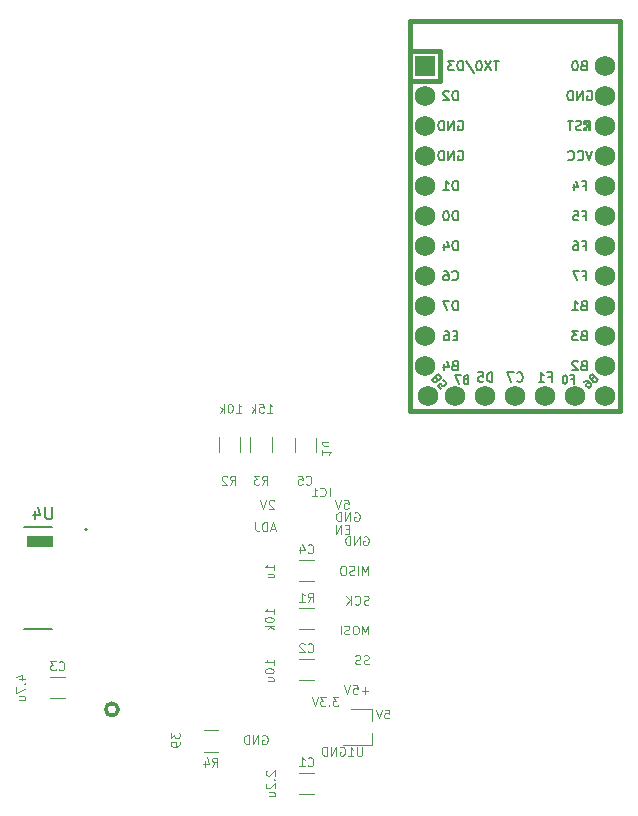
<source format=gbr>
G04 #@! TF.GenerationSoftware,KiCad,Pcbnew,(6.0.1)*
G04 #@! TF.CreationDate,2022-09-15T15:26:52-07:00*
G04 #@! TF.ProjectId,openot rev2,6f70656e-6f74-4207-9265-76322e6b6963,rev?*
G04 #@! TF.SameCoordinates,Original*
G04 #@! TF.FileFunction,Legend,Bot*
G04 #@! TF.FilePolarity,Positive*
%FSLAX46Y46*%
G04 Gerber Fmt 4.6, Leading zero omitted, Abs format (unit mm)*
G04 Created by KiCad (PCBNEW (6.0.1)) date 2022-09-15 15:26:52*
%MOMM*%
%LPD*%
G01*
G04 APERTURE LIST*
%ADD10C,0.300000*%
%ADD11C,0.120000*%
%ADD12C,0.100000*%
%ADD13C,0.150000*%
%ADD14C,0.381000*%
%ADD15C,0.127000*%
%ADD16C,0.200000*%
%ADD17R,1.752600X1.752600*%
%ADD18C,1.752600*%
G04 APERTURE END LIST*
D10*
X322127219Y-137614234D02*
G75*
G03*
X322127219Y-137614234I-521536J0D01*
G01*
D11*
X314415683Y-122934234D02*
X316515683Y-122934234D01*
X316515683Y-122934234D02*
X316515683Y-123734234D01*
X316515683Y-123734234D02*
X314415683Y-123734234D01*
X314415683Y-123734234D02*
X314415683Y-122934234D01*
G36*
X314415683Y-122934234D02*
G01*
X316515683Y-122934234D01*
X316515683Y-123734234D01*
X314415683Y-123734234D01*
X314415683Y-122934234D01*
G37*
D12*
X334726397Y-142794948D02*
X334690683Y-142830662D01*
X334654968Y-142902091D01*
X334654968Y-143080662D01*
X334690683Y-143152091D01*
X334726397Y-143187805D01*
X334797825Y-143223519D01*
X334869254Y-143223519D01*
X334976397Y-143187805D01*
X335404968Y-142759234D01*
X335404968Y-143223519D01*
X335333540Y-143544948D02*
X335369254Y-143580662D01*
X335404968Y-143544948D01*
X335369254Y-143509234D01*
X335333540Y-143544948D01*
X335404968Y-143544948D01*
X334726397Y-143866376D02*
X334690683Y-143902091D01*
X334654968Y-143973519D01*
X334654968Y-144152091D01*
X334690683Y-144223519D01*
X334726397Y-144259234D01*
X334797825Y-144294948D01*
X334869254Y-144294948D01*
X334976397Y-144259234D01*
X335404968Y-143830662D01*
X335404968Y-144294948D01*
X334904968Y-144937805D02*
X335404968Y-144937805D01*
X334904968Y-144616376D02*
X335297825Y-144616376D01*
X335369254Y-144652091D01*
X335404968Y-144723519D01*
X335404968Y-144830662D01*
X335369254Y-144902091D01*
X335333540Y-144937805D01*
X343322254Y-131263519D02*
X343322254Y-130513519D01*
X343072254Y-131049234D01*
X342822254Y-130513519D01*
X342822254Y-131263519D01*
X342322254Y-130513519D02*
X342179397Y-130513519D01*
X342107968Y-130549234D01*
X342036540Y-130620662D01*
X342000825Y-130763519D01*
X342000825Y-131013519D01*
X342036540Y-131156376D01*
X342107968Y-131227805D01*
X342179397Y-131263519D01*
X342322254Y-131263519D01*
X342393683Y-131227805D01*
X342465111Y-131156376D01*
X342500825Y-131013519D01*
X342500825Y-130763519D01*
X342465111Y-130620662D01*
X342393683Y-130549234D01*
X342322254Y-130513519D01*
X341715111Y-131227805D02*
X341607968Y-131263519D01*
X341429397Y-131263519D01*
X341357968Y-131227805D01*
X341322254Y-131192091D01*
X341286540Y-131120662D01*
X341286540Y-131049234D01*
X341322254Y-130977805D01*
X341357968Y-130942091D01*
X341429397Y-130906376D01*
X341572254Y-130870662D01*
X341643683Y-130834948D01*
X341679397Y-130799234D01*
X341715111Y-130727805D01*
X341715111Y-130656376D01*
X341679397Y-130584948D01*
X341643683Y-130549234D01*
X341572254Y-130513519D01*
X341393683Y-130513519D01*
X341286540Y-130549234D01*
X340965111Y-131263519D02*
X340965111Y-130513519D01*
X335304968Y-133852091D02*
X335304968Y-133423519D01*
X335304968Y-133637805D02*
X334554968Y-133637805D01*
X334662111Y-133566376D01*
X334733540Y-133494948D01*
X334769254Y-133423519D01*
X334554968Y-134316376D02*
X334554968Y-134387805D01*
X334590683Y-134459234D01*
X334626397Y-134494948D01*
X334697825Y-134530662D01*
X334840683Y-134566376D01*
X335019254Y-134566376D01*
X335162111Y-134530662D01*
X335233540Y-134494948D01*
X335269254Y-134459234D01*
X335304968Y-134387805D01*
X335304968Y-134316376D01*
X335269254Y-134244948D01*
X335233540Y-134209234D01*
X335162111Y-134173519D01*
X335019254Y-134137805D01*
X334840683Y-134137805D01*
X334697825Y-134173519D01*
X334626397Y-134209234D01*
X334590683Y-134244948D01*
X334554968Y-134316376D01*
X334804968Y-135209234D02*
X335304968Y-135209234D01*
X334804968Y-134887805D02*
X335197825Y-134887805D01*
X335269254Y-134923519D01*
X335304968Y-134994948D01*
X335304968Y-135102091D01*
X335269254Y-135173519D01*
X335233540Y-135209234D01*
X339426397Y-115609234D02*
X339426397Y-116037805D01*
X339426397Y-115823519D02*
X340176397Y-115823519D01*
X340069254Y-115894948D01*
X339997825Y-115966376D01*
X339962111Y-116037805D01*
X339926397Y-114966376D02*
X339426397Y-114966376D01*
X339926397Y-115287805D02*
X339533540Y-115287805D01*
X339462111Y-115252091D01*
X339426397Y-115180662D01*
X339426397Y-115073519D01*
X339462111Y-115002091D01*
X339497825Y-114966376D01*
X343322254Y-136017805D02*
X342750826Y-136017805D01*
X343036540Y-136303519D02*
X343036540Y-135732091D01*
X342036540Y-135553519D02*
X342393683Y-135553519D01*
X342429397Y-135910662D01*
X342393683Y-135874948D01*
X342322254Y-135839234D01*
X342143683Y-135839234D01*
X342072254Y-135874948D01*
X342036540Y-135910662D01*
X342000826Y-135982091D01*
X342000826Y-136160662D01*
X342036540Y-136232091D01*
X342072254Y-136267805D01*
X342143683Y-136303519D01*
X342322254Y-136303519D01*
X342393683Y-136267805D01*
X342429397Y-136232091D01*
X341786540Y-135553519D02*
X341536540Y-136303519D01*
X341286540Y-135553519D01*
X340937111Y-140809234D02*
X341008540Y-140773519D01*
X341115683Y-140773519D01*
X341222825Y-140809234D01*
X341294254Y-140880662D01*
X341329968Y-140952091D01*
X341365683Y-141094948D01*
X341365683Y-141202091D01*
X341329968Y-141344948D01*
X341294254Y-141416376D01*
X341222825Y-141487805D01*
X341115683Y-141523519D01*
X341044254Y-141523519D01*
X340937111Y-141487805D01*
X340901397Y-141452091D01*
X340901397Y-141202091D01*
X341044254Y-141202091D01*
X340579968Y-141523519D02*
X340579968Y-140773519D01*
X340151397Y-141523519D01*
X340151397Y-140773519D01*
X339794254Y-141523519D02*
X339794254Y-140773519D01*
X339615683Y-140773519D01*
X339508540Y-140809234D01*
X339437111Y-140880662D01*
X339401397Y-140952091D01*
X339365683Y-141094948D01*
X339365683Y-141202091D01*
X339401397Y-141344948D01*
X339437111Y-141416376D01*
X339508540Y-141487805D01*
X339615683Y-141523519D01*
X339794254Y-141523519D01*
X344708540Y-137623519D02*
X345065683Y-137623519D01*
X345101397Y-137980662D01*
X345065683Y-137944948D01*
X344994254Y-137909234D01*
X344815683Y-137909234D01*
X344744254Y-137944948D01*
X344708540Y-137980662D01*
X344672825Y-138052091D01*
X344672825Y-138230662D01*
X344708540Y-138302091D01*
X344744254Y-138337805D01*
X344815683Y-138373519D01*
X344994254Y-138373519D01*
X345065683Y-138337805D01*
X345101397Y-138302091D01*
X344458540Y-137623519D02*
X344208540Y-138373519D01*
X343958540Y-137623519D01*
X342929397Y-122989234D02*
X343000826Y-122953519D01*
X343107969Y-122953519D01*
X343215111Y-122989234D01*
X343286540Y-123060662D01*
X343322254Y-123132091D01*
X343357969Y-123274948D01*
X343357969Y-123382091D01*
X343322254Y-123524948D01*
X343286540Y-123596376D01*
X343215111Y-123667805D01*
X343107969Y-123703519D01*
X343036540Y-123703519D01*
X342929397Y-123667805D01*
X342893683Y-123632091D01*
X342893683Y-123382091D01*
X343036540Y-123382091D01*
X342572254Y-123703519D02*
X342572254Y-122953519D01*
X342143683Y-123703519D01*
X342143683Y-122953519D01*
X341786540Y-123703519D02*
X341786540Y-122953519D01*
X341607969Y-122953519D01*
X341500826Y-122989234D01*
X341429397Y-123060662D01*
X341393683Y-123132091D01*
X341357969Y-123274948D01*
X341357969Y-123382091D01*
X341393683Y-123524948D01*
X341429397Y-123596376D01*
X341500826Y-123667805D01*
X341607969Y-123703519D01*
X341786540Y-123703519D01*
X334357111Y-139819234D02*
X334428540Y-139783519D01*
X334535683Y-139783519D01*
X334642825Y-139819234D01*
X334714254Y-139890662D01*
X334749968Y-139962091D01*
X334785683Y-140104948D01*
X334785683Y-140212091D01*
X334749968Y-140354948D01*
X334714254Y-140426376D01*
X334642825Y-140497805D01*
X334535683Y-140533519D01*
X334464254Y-140533519D01*
X334357111Y-140497805D01*
X334321397Y-140462091D01*
X334321397Y-140212091D01*
X334464254Y-140212091D01*
X333999968Y-140533519D02*
X333999968Y-139783519D01*
X333571397Y-140533519D01*
X333571397Y-139783519D01*
X333214254Y-140533519D02*
X333214254Y-139783519D01*
X333035683Y-139783519D01*
X332928540Y-139819234D01*
X332857111Y-139890662D01*
X332821397Y-139962091D01*
X332785683Y-140104948D01*
X332785683Y-140212091D01*
X332821397Y-140354948D01*
X332857111Y-140426376D01*
X332928540Y-140497805D01*
X333035683Y-140533519D01*
X333214254Y-140533519D01*
X335304968Y-129517805D02*
X335304968Y-129089234D01*
X335304968Y-129303519D02*
X334554968Y-129303519D01*
X334662111Y-129232091D01*
X334733540Y-129160662D01*
X334769254Y-129089234D01*
X334554968Y-129982091D02*
X334554968Y-130053519D01*
X334590683Y-130124948D01*
X334626397Y-130160662D01*
X334697825Y-130196376D01*
X334840683Y-130232091D01*
X335019254Y-130232091D01*
X335162111Y-130196376D01*
X335233540Y-130160662D01*
X335269254Y-130124948D01*
X335304968Y-130053519D01*
X335304968Y-129982091D01*
X335269254Y-129910662D01*
X335233540Y-129874948D01*
X335162111Y-129839234D01*
X335019254Y-129803519D01*
X334840683Y-129803519D01*
X334697825Y-129839234D01*
X334626397Y-129874948D01*
X334590683Y-129910662D01*
X334554968Y-129982091D01*
X335304968Y-130553519D02*
X334554968Y-130553519D01*
X335019254Y-130624948D02*
X335304968Y-130839234D01*
X334804968Y-130839234D02*
X335090683Y-130553519D01*
X341669254Y-122330662D02*
X341419254Y-122330662D01*
X341312111Y-122723519D02*
X341669254Y-122723519D01*
X341669254Y-121973519D01*
X341312111Y-121973519D01*
X340990683Y-122723519D02*
X340990683Y-121973519D01*
X340562111Y-122723519D01*
X340562111Y-121973519D01*
X332112111Y-112473519D02*
X332540683Y-112473519D01*
X332326397Y-112473519D02*
X332326397Y-111723519D01*
X332397825Y-111830662D01*
X332469254Y-111902091D01*
X332540683Y-111937805D01*
X331647825Y-111723519D02*
X331576397Y-111723519D01*
X331504968Y-111759234D01*
X331469254Y-111794948D01*
X331433540Y-111866376D01*
X331397825Y-112009234D01*
X331397825Y-112187805D01*
X331433540Y-112330662D01*
X331469254Y-112402091D01*
X331504968Y-112437805D01*
X331576397Y-112473519D01*
X331647825Y-112473519D01*
X331719254Y-112437805D01*
X331754968Y-112402091D01*
X331790683Y-112330662D01*
X331826397Y-112187805D01*
X331826397Y-112009234D01*
X331790683Y-111866376D01*
X331754968Y-111794948D01*
X331719254Y-111759234D01*
X331647825Y-111723519D01*
X331076397Y-112473519D02*
X331076397Y-111723519D01*
X331004968Y-112187805D02*
X330790683Y-112473519D01*
X330790683Y-111973519D02*
X331076397Y-112259234D01*
X341258540Y-119873519D02*
X341615683Y-119873519D01*
X341651397Y-120230662D01*
X341615683Y-120194948D01*
X341544254Y-120159234D01*
X341365683Y-120159234D01*
X341294254Y-120194948D01*
X341258540Y-120230662D01*
X341222825Y-120302091D01*
X341222825Y-120480662D01*
X341258540Y-120552091D01*
X341294254Y-120587805D01*
X341365683Y-120623519D01*
X341544254Y-120623519D01*
X341615683Y-120587805D01*
X341651397Y-120552091D01*
X341008540Y-119873519D02*
X340758540Y-120623519D01*
X340508540Y-119873519D01*
X334762111Y-112473519D02*
X335190683Y-112473519D01*
X334976397Y-112473519D02*
X334976397Y-111723519D01*
X335047825Y-111830662D01*
X335119254Y-111902091D01*
X335190683Y-111937805D01*
X334083540Y-111723519D02*
X334440683Y-111723519D01*
X334476397Y-112080662D01*
X334440683Y-112044948D01*
X334369254Y-112009234D01*
X334190683Y-112009234D01*
X334119254Y-112044948D01*
X334083540Y-112080662D01*
X334047825Y-112152091D01*
X334047825Y-112330662D01*
X334083540Y-112402091D01*
X334119254Y-112437805D01*
X334190683Y-112473519D01*
X334369254Y-112473519D01*
X334440683Y-112437805D01*
X334476397Y-112402091D01*
X333726397Y-112473519D02*
X333726397Y-111723519D01*
X333654968Y-112187805D02*
X333440683Y-112473519D01*
X333440683Y-111973519D02*
X333726397Y-112259234D01*
X335326397Y-119944948D02*
X335290683Y-119909234D01*
X335219254Y-119873519D01*
X335040683Y-119873519D01*
X334969254Y-119909234D01*
X334933540Y-119944948D01*
X334897825Y-120016376D01*
X334897825Y-120087805D01*
X334933540Y-120194948D01*
X335362111Y-120623519D01*
X334897825Y-120623519D01*
X334683540Y-119873519D02*
X334433540Y-120623519D01*
X334183540Y-119873519D01*
X342151397Y-120959234D02*
X342222826Y-120923519D01*
X342329969Y-120923519D01*
X342437111Y-120959234D01*
X342508540Y-121030662D01*
X342544254Y-121102091D01*
X342579969Y-121244948D01*
X342579969Y-121352091D01*
X342544254Y-121494948D01*
X342508540Y-121566376D01*
X342437111Y-121637805D01*
X342329969Y-121673519D01*
X342258540Y-121673519D01*
X342151397Y-121637805D01*
X342115683Y-121602091D01*
X342115683Y-121352091D01*
X342258540Y-121352091D01*
X341794254Y-121673519D02*
X341794254Y-120923519D01*
X341365683Y-121673519D01*
X341365683Y-120923519D01*
X341008540Y-121673519D02*
X341008540Y-120923519D01*
X340829969Y-120923519D01*
X340722826Y-120959234D01*
X340651397Y-121030662D01*
X340615683Y-121102091D01*
X340579969Y-121244948D01*
X340579969Y-121352091D01*
X340615683Y-121494948D01*
X340651397Y-121566376D01*
X340722826Y-121637805D01*
X340829969Y-121673519D01*
X341008540Y-121673519D01*
X343357968Y-133747805D02*
X343250825Y-133783519D01*
X343072254Y-133783519D01*
X343000825Y-133747805D01*
X342965111Y-133712091D01*
X342929397Y-133640662D01*
X342929397Y-133569234D01*
X342965111Y-133497805D01*
X343000825Y-133462091D01*
X343072254Y-133426376D01*
X343215111Y-133390662D01*
X343286540Y-133354948D01*
X343322254Y-133319234D01*
X343357968Y-133247805D01*
X343357968Y-133176376D01*
X343322254Y-133104948D01*
X343286540Y-133069234D01*
X343215111Y-133033519D01*
X343036540Y-133033519D01*
X342929397Y-133069234D01*
X342643682Y-133747805D02*
X342536540Y-133783519D01*
X342357968Y-133783519D01*
X342286540Y-133747805D01*
X342250825Y-133712091D01*
X342215111Y-133640662D01*
X342215111Y-133569234D01*
X342250825Y-133497805D01*
X342286540Y-133462091D01*
X342357968Y-133426376D01*
X342500825Y-133390662D01*
X342572254Y-133354948D01*
X342607968Y-133319234D01*
X342643682Y-133247805D01*
X342643682Y-133176376D01*
X342607968Y-133104948D01*
X342572254Y-133069234D01*
X342500825Y-133033519D01*
X342322254Y-133033519D01*
X342215111Y-133069234D01*
X326604968Y-139577091D02*
X326604968Y-140041376D01*
X326890683Y-139791376D01*
X326890683Y-139898519D01*
X326926397Y-139969948D01*
X326962111Y-140005662D01*
X327033540Y-140041376D01*
X327212111Y-140041376D01*
X327283540Y-140005662D01*
X327319254Y-139969948D01*
X327354968Y-139898519D01*
X327354968Y-139684234D01*
X327319254Y-139612805D01*
X327283540Y-139577091D01*
X327354968Y-140398519D02*
X327354968Y-140541376D01*
X327319254Y-140612805D01*
X327283540Y-140648519D01*
X327176397Y-140719948D01*
X327033540Y-140755662D01*
X326747825Y-140755662D01*
X326676397Y-140719948D01*
X326640683Y-140684234D01*
X326604968Y-140612805D01*
X326604968Y-140469948D01*
X326640683Y-140398519D01*
X326676397Y-140362805D01*
X326747825Y-140327091D01*
X326926397Y-140327091D01*
X326997825Y-140362805D01*
X327033540Y-140398519D01*
X327069254Y-140469948D01*
X327069254Y-140612805D01*
X327033540Y-140684234D01*
X326997825Y-140719948D01*
X326926397Y-140755662D01*
X335304968Y-125789234D02*
X335304968Y-125360662D01*
X335304968Y-125574948D02*
X334554968Y-125574948D01*
X334662111Y-125503519D01*
X334733540Y-125432091D01*
X334769254Y-125360662D01*
X334804968Y-126432091D02*
X335304968Y-126432091D01*
X334804968Y-126110662D02*
X335197825Y-126110662D01*
X335269254Y-126146376D01*
X335304968Y-126217805D01*
X335304968Y-126324948D01*
X335269254Y-126396376D01*
X335233540Y-126432091D01*
X343322254Y-126223519D02*
X343322254Y-125473519D01*
X343072254Y-126009234D01*
X342822254Y-125473519D01*
X342822254Y-126223519D01*
X342465111Y-126223519D02*
X342465111Y-125473519D01*
X342143683Y-126187805D02*
X342036540Y-126223519D01*
X341857968Y-126223519D01*
X341786540Y-126187805D01*
X341750825Y-126152091D01*
X341715111Y-126080662D01*
X341715111Y-126009234D01*
X341750825Y-125937805D01*
X341786540Y-125902091D01*
X341857968Y-125866376D01*
X342000825Y-125830662D01*
X342072254Y-125794948D01*
X342107968Y-125759234D01*
X342143683Y-125687805D01*
X342143683Y-125616376D01*
X342107968Y-125544948D01*
X342072254Y-125509234D01*
X342000825Y-125473519D01*
X341822254Y-125473519D01*
X341715111Y-125509234D01*
X341250825Y-125473519D02*
X341107968Y-125473519D01*
X341036540Y-125509234D01*
X340965111Y-125580662D01*
X340929397Y-125723519D01*
X340929397Y-125973519D01*
X340965111Y-126116376D01*
X341036540Y-126187805D01*
X341107968Y-126223519D01*
X341250825Y-126223519D01*
X341322254Y-126187805D01*
X341393683Y-126116376D01*
X341429397Y-125973519D01*
X341429397Y-125723519D01*
X341393683Y-125580662D01*
X341322254Y-125509234D01*
X341250825Y-125473519D01*
X340772825Y-136573519D02*
X340308540Y-136573519D01*
X340558540Y-136859234D01*
X340451397Y-136859234D01*
X340379968Y-136894948D01*
X340344254Y-136930662D01*
X340308540Y-137002091D01*
X340308540Y-137180662D01*
X340344254Y-137252091D01*
X340379968Y-137287805D01*
X340451397Y-137323519D01*
X340665683Y-137323519D01*
X340737111Y-137287805D01*
X340772825Y-137252091D01*
X339987111Y-137252091D02*
X339951397Y-137287805D01*
X339987111Y-137323519D01*
X340022825Y-137287805D01*
X339987111Y-137252091D01*
X339987111Y-137323519D01*
X339701397Y-136573519D02*
X339237111Y-136573519D01*
X339487111Y-136859234D01*
X339379968Y-136859234D01*
X339308540Y-136894948D01*
X339272825Y-136930662D01*
X339237111Y-137002091D01*
X339237111Y-137180662D01*
X339272825Y-137252091D01*
X339308540Y-137287805D01*
X339379968Y-137323519D01*
X339594254Y-137323519D01*
X339665683Y-137287805D01*
X339701397Y-137252091D01*
X339022825Y-136573519D02*
X338772825Y-137323519D01*
X338522825Y-136573519D01*
X335404968Y-122309234D02*
X335047825Y-122309234D01*
X335476397Y-122523519D02*
X335226397Y-121773519D01*
X334976397Y-122523519D01*
X334726397Y-122523519D02*
X334726397Y-121773519D01*
X334547825Y-121773519D01*
X334440683Y-121809234D01*
X334369254Y-121880662D01*
X334333540Y-121952091D01*
X334297825Y-122094948D01*
X334297825Y-122202091D01*
X334333540Y-122344948D01*
X334369254Y-122416376D01*
X334440683Y-122487805D01*
X334547825Y-122523519D01*
X334726397Y-122523519D01*
X333762111Y-121773519D02*
X333762111Y-122309234D01*
X333797825Y-122416376D01*
X333869254Y-122487805D01*
X333976397Y-122523519D01*
X334047825Y-122523519D01*
X313754968Y-135052091D02*
X314254968Y-135052091D01*
X313469254Y-134873519D02*
X314004968Y-134694948D01*
X314004968Y-135159234D01*
X314183540Y-135444948D02*
X314219254Y-135480662D01*
X314254968Y-135444948D01*
X314219254Y-135409234D01*
X314183540Y-135444948D01*
X314254968Y-135444948D01*
X313504968Y-135730662D02*
X313504968Y-136230662D01*
X314254968Y-135909234D01*
X313754968Y-136837805D02*
X314254968Y-136837805D01*
X313754968Y-136516376D02*
X314147825Y-136516376D01*
X314219254Y-136552091D01*
X314254968Y-136623519D01*
X314254968Y-136730662D01*
X314219254Y-136802091D01*
X314183540Y-136837805D01*
X343357968Y-128707805D02*
X343250825Y-128743519D01*
X343072254Y-128743519D01*
X343000825Y-128707805D01*
X342965111Y-128672091D01*
X342929397Y-128600662D01*
X342929397Y-128529234D01*
X342965111Y-128457805D01*
X343000825Y-128422091D01*
X343072254Y-128386376D01*
X343215111Y-128350662D01*
X343286540Y-128314948D01*
X343322254Y-128279234D01*
X343357968Y-128207805D01*
X343357968Y-128136376D01*
X343322254Y-128064948D01*
X343286540Y-128029234D01*
X343215111Y-127993519D01*
X343036540Y-127993519D01*
X342929397Y-128029234D01*
X342179397Y-128672091D02*
X342215111Y-128707805D01*
X342322254Y-128743519D01*
X342393683Y-128743519D01*
X342500825Y-128707805D01*
X342572254Y-128636376D01*
X342607968Y-128564948D01*
X342643683Y-128422091D01*
X342643683Y-128314948D01*
X342607968Y-128172091D01*
X342572254Y-128100662D01*
X342500825Y-128029234D01*
X342393683Y-127993519D01*
X342322254Y-127993519D01*
X342215111Y-128029234D01*
X342179397Y-128064948D01*
X341857968Y-128743519D02*
X341857968Y-127993519D01*
X341429397Y-128743519D02*
X341750825Y-128314948D01*
X341429397Y-127993519D02*
X341857968Y-128422091D01*
D13*
X361336016Y-88535243D02*
X361221730Y-88573338D01*
X361031254Y-88573338D01*
X360955063Y-88535243D01*
X360916968Y-88497148D01*
X360878873Y-88420957D01*
X360878873Y-88344767D01*
X360916968Y-88268576D01*
X360955063Y-88230481D01*
X361031254Y-88192386D01*
X361183635Y-88154291D01*
X361259825Y-88116195D01*
X361297921Y-88078100D01*
X361336016Y-88001910D01*
X361336016Y-87925719D01*
X361297921Y-87849529D01*
X361259825Y-87811434D01*
X361183635Y-87773338D01*
X360993159Y-87773338D01*
X360878873Y-87811434D01*
X360650302Y-87773338D02*
X360193159Y-87773338D01*
X360421730Y-88573338D02*
X360421730Y-87773338D01*
X361547492Y-105954291D02*
X361433206Y-105992386D01*
X361395111Y-106030481D01*
X361357016Y-106106672D01*
X361357016Y-106220957D01*
X361395111Y-106297148D01*
X361433206Y-106335243D01*
X361509397Y-106373338D01*
X361814159Y-106373338D01*
X361814159Y-105573338D01*
X361547492Y-105573338D01*
X361471302Y-105611434D01*
X361433206Y-105649529D01*
X361395111Y-105725719D01*
X361395111Y-105801910D01*
X361433206Y-105878100D01*
X361471302Y-105916195D01*
X361547492Y-105954291D01*
X361814159Y-105954291D01*
X361090349Y-105573338D02*
X360595111Y-105573338D01*
X360861778Y-105878100D01*
X360747492Y-105878100D01*
X360671302Y-105916195D01*
X360633206Y-105954291D01*
X360595111Y-106030481D01*
X360595111Y-106220957D01*
X360633206Y-106297148D01*
X360671302Y-106335243D01*
X360747492Y-106373338D01*
X360976063Y-106373338D01*
X361052254Y-106335243D01*
X361090349Y-106297148D01*
X354381287Y-82713338D02*
X353924144Y-82713338D01*
X354152715Y-83513338D02*
X354152715Y-82713338D01*
X353733668Y-82713338D02*
X353200334Y-83513338D01*
X353200334Y-82713338D02*
X353733668Y-83513338D01*
X352743191Y-82713338D02*
X352667001Y-82713338D01*
X352590811Y-82751434D01*
X352552715Y-82789529D01*
X352514620Y-82865719D01*
X352476525Y-83018100D01*
X352476525Y-83208576D01*
X352514620Y-83360957D01*
X352552715Y-83437148D01*
X352590811Y-83475243D01*
X352667001Y-83513338D01*
X352743191Y-83513338D01*
X352819382Y-83475243D01*
X352857477Y-83437148D01*
X352895572Y-83360957D01*
X352933668Y-83208576D01*
X352933668Y-83018100D01*
X352895572Y-82865719D01*
X352857477Y-82789529D01*
X352819382Y-82751434D01*
X352743191Y-82713338D01*
X351562239Y-82675243D02*
X352247953Y-83703814D01*
X351295572Y-83513338D02*
X351295572Y-82713338D01*
X351105096Y-82713338D01*
X350990811Y-82751434D01*
X350914620Y-82827624D01*
X350876525Y-82903814D01*
X350838430Y-83056195D01*
X350838430Y-83170481D01*
X350876525Y-83322862D01*
X350914620Y-83399053D01*
X350990811Y-83475243D01*
X351105096Y-83513338D01*
X351295572Y-83513338D01*
X350571763Y-82713338D02*
X350076525Y-82713338D01*
X350343191Y-83018100D01*
X350228906Y-83018100D01*
X350152715Y-83056195D01*
X350114620Y-83094291D01*
X350076525Y-83170481D01*
X350076525Y-83360957D01*
X350114620Y-83437148D01*
X350152715Y-83475243D01*
X350228906Y-83513338D01*
X350457477Y-83513338D01*
X350533668Y-83475243D01*
X350571763Y-83437148D01*
X353813159Y-109883338D02*
X353813159Y-109083338D01*
X353622683Y-109083338D01*
X353508397Y-109121434D01*
X353432206Y-109197624D01*
X353394111Y-109273814D01*
X353356016Y-109426195D01*
X353356016Y-109540481D01*
X353394111Y-109692862D01*
X353432206Y-109769053D01*
X353508397Y-109845243D01*
X353622683Y-109883338D01*
X353813159Y-109883338D01*
X352632206Y-109083338D02*
X353013159Y-109083338D01*
X353051254Y-109464291D01*
X353013159Y-109426195D01*
X352936968Y-109388100D01*
X352746492Y-109388100D01*
X352670302Y-109426195D01*
X352632206Y-109464291D01*
X352594111Y-109540481D01*
X352594111Y-109730957D01*
X352632206Y-109807148D01*
X352670302Y-109845243D01*
X352746492Y-109883338D01*
X352936968Y-109883338D01*
X353013159Y-109845243D01*
X353051254Y-109807148D01*
X351546016Y-109671434D02*
X351446016Y-109704767D01*
X351412683Y-109738100D01*
X351379349Y-109804767D01*
X351379349Y-109904767D01*
X351412683Y-109971434D01*
X351446016Y-110004767D01*
X351512683Y-110038100D01*
X351779349Y-110038100D01*
X351779349Y-109338100D01*
X351546016Y-109338100D01*
X351479349Y-109371434D01*
X351446016Y-109404767D01*
X351412683Y-109471434D01*
X351412683Y-109538100D01*
X351446016Y-109604767D01*
X351479349Y-109638100D01*
X351546016Y-109671434D01*
X351779349Y-109671434D01*
X351146016Y-109338100D02*
X350679349Y-109338100D01*
X350979349Y-110038100D01*
X350625492Y-108494291D02*
X350511206Y-108532386D01*
X350473111Y-108570481D01*
X350435016Y-108646672D01*
X350435016Y-108760957D01*
X350473111Y-108837148D01*
X350511206Y-108875243D01*
X350587397Y-108913338D01*
X350892159Y-108913338D01*
X350892159Y-108113338D01*
X350625492Y-108113338D01*
X350549302Y-108151434D01*
X350511206Y-108189529D01*
X350473111Y-108265719D01*
X350473111Y-108341910D01*
X350511206Y-108418100D01*
X350549302Y-108456195D01*
X350625492Y-108494291D01*
X350892159Y-108494291D01*
X349749302Y-108380005D02*
X349749302Y-108913338D01*
X349939778Y-108075243D02*
X350130254Y-108646672D01*
X349635016Y-108646672D01*
X350911206Y-87831434D02*
X350987397Y-87793338D01*
X351101683Y-87793338D01*
X351215968Y-87831434D01*
X351292159Y-87907624D01*
X351330254Y-87983814D01*
X351368349Y-88136195D01*
X351368349Y-88250481D01*
X351330254Y-88402862D01*
X351292159Y-88479053D01*
X351215968Y-88555243D01*
X351101683Y-88593338D01*
X351025492Y-88593338D01*
X350911206Y-88555243D01*
X350873111Y-88517148D01*
X350873111Y-88250481D01*
X351025492Y-88250481D01*
X350530254Y-88593338D02*
X350530254Y-87793338D01*
X350073111Y-88593338D01*
X350073111Y-87793338D01*
X349692159Y-88593338D02*
X349692159Y-87793338D01*
X349501683Y-87793338D01*
X349387397Y-87831434D01*
X349311206Y-87907624D01*
X349273111Y-87983814D01*
X349235016Y-88136195D01*
X349235016Y-88250481D01*
X349273111Y-88402862D01*
X349311206Y-88479053D01*
X349387397Y-88555243D01*
X349501683Y-88593338D01*
X349692159Y-88593338D01*
X350892159Y-103833338D02*
X350892159Y-103033338D01*
X350701683Y-103033338D01*
X350587397Y-103071434D01*
X350511206Y-103147624D01*
X350473111Y-103223814D01*
X350435016Y-103376195D01*
X350435016Y-103490481D01*
X350473111Y-103642862D01*
X350511206Y-103719053D01*
X350587397Y-103795243D01*
X350701683Y-103833338D01*
X350892159Y-103833338D01*
X350168349Y-103033338D02*
X349635016Y-103033338D01*
X349977873Y-103833338D01*
X361490349Y-98334291D02*
X361757016Y-98334291D01*
X361757016Y-98753338D02*
X361757016Y-97953338D01*
X361376063Y-97953338D01*
X360728444Y-97953338D02*
X360880825Y-97953338D01*
X360957016Y-97991434D01*
X360995111Y-98029529D01*
X361071302Y-98143814D01*
X361109397Y-98296195D01*
X361109397Y-98600957D01*
X361071302Y-98677148D01*
X361033206Y-98715243D01*
X360957016Y-98753338D01*
X360804635Y-98753338D01*
X360728444Y-98715243D01*
X360690349Y-98677148D01*
X360652254Y-98600957D01*
X360652254Y-98410481D01*
X360690349Y-98334291D01*
X360728444Y-98296195D01*
X360804635Y-98258100D01*
X360957016Y-98258100D01*
X361033206Y-98296195D01*
X361071302Y-98334291D01*
X361109397Y-98410481D01*
X350911206Y-90371434D02*
X350987397Y-90333338D01*
X351101683Y-90333338D01*
X351215968Y-90371434D01*
X351292159Y-90447624D01*
X351330254Y-90523814D01*
X351368349Y-90676195D01*
X351368349Y-90790481D01*
X351330254Y-90942862D01*
X351292159Y-91019053D01*
X351215968Y-91095243D01*
X351101683Y-91133338D01*
X351025492Y-91133338D01*
X350911206Y-91095243D01*
X350873111Y-91057148D01*
X350873111Y-90790481D01*
X351025492Y-90790481D01*
X350530254Y-91133338D02*
X350530254Y-90333338D01*
X350073111Y-91133338D01*
X350073111Y-90333338D01*
X349692159Y-91133338D02*
X349692159Y-90333338D01*
X349501683Y-90333338D01*
X349387397Y-90371434D01*
X349311206Y-90447624D01*
X349273111Y-90523814D01*
X349235016Y-90676195D01*
X349235016Y-90790481D01*
X349273111Y-90942862D01*
X349311206Y-91019053D01*
X349387397Y-91095243D01*
X349501683Y-91133338D01*
X349692159Y-91133338D01*
X361490349Y-93254291D02*
X361757016Y-93254291D01*
X361757016Y-93673338D02*
X361757016Y-92873338D01*
X361376063Y-92873338D01*
X360728444Y-93140005D02*
X360728444Y-93673338D01*
X360918921Y-92835243D02*
X361109397Y-93406672D01*
X360614159Y-93406672D01*
X350892159Y-93673338D02*
X350892159Y-92873338D01*
X350701683Y-92873338D01*
X350587397Y-92911434D01*
X350511206Y-92987624D01*
X350473111Y-93063814D01*
X350435016Y-93216195D01*
X350435016Y-93330481D01*
X350473111Y-93482862D01*
X350511206Y-93559053D01*
X350587397Y-93635243D01*
X350701683Y-93673338D01*
X350892159Y-93673338D01*
X349673111Y-93673338D02*
X350130254Y-93673338D01*
X349901683Y-93673338D02*
X349901683Y-92873338D01*
X349977873Y-92987624D01*
X350054063Y-93063814D01*
X350130254Y-93101910D01*
X362290349Y-90333338D02*
X362023683Y-91133338D01*
X361757016Y-90333338D01*
X361033206Y-91057148D02*
X361071302Y-91095243D01*
X361185587Y-91133338D01*
X361261778Y-91133338D01*
X361376063Y-91095243D01*
X361452254Y-91019053D01*
X361490349Y-90942862D01*
X361528444Y-90790481D01*
X361528444Y-90676195D01*
X361490349Y-90523814D01*
X361452254Y-90447624D01*
X361376063Y-90371434D01*
X361261778Y-90333338D01*
X361185587Y-90333338D01*
X361071302Y-90371434D01*
X361033206Y-90409529D01*
X360233206Y-91057148D02*
X360271302Y-91095243D01*
X360385587Y-91133338D01*
X360461778Y-91133338D01*
X360576063Y-91095243D01*
X360652254Y-91019053D01*
X360690349Y-90942862D01*
X360728444Y-90790481D01*
X360728444Y-90676195D01*
X360690349Y-90523814D01*
X360652254Y-90447624D01*
X360576063Y-90371434D01*
X360461778Y-90333338D01*
X360385587Y-90333338D01*
X360271302Y-90371434D01*
X360233206Y-90409529D01*
X361547492Y-83094291D02*
X361433206Y-83132386D01*
X361395111Y-83170481D01*
X361357016Y-83246672D01*
X361357016Y-83360957D01*
X361395111Y-83437148D01*
X361433206Y-83475243D01*
X361509397Y-83513338D01*
X361814159Y-83513338D01*
X361814159Y-82713338D01*
X361547492Y-82713338D01*
X361471302Y-82751434D01*
X361433206Y-82789529D01*
X361395111Y-82865719D01*
X361395111Y-82941910D01*
X361433206Y-83018100D01*
X361471302Y-83056195D01*
X361547492Y-83094291D01*
X361814159Y-83094291D01*
X360861778Y-82713338D02*
X360785587Y-82713338D01*
X360709397Y-82751434D01*
X360671302Y-82789529D01*
X360633206Y-82865719D01*
X360595111Y-83018100D01*
X360595111Y-83208576D01*
X360633206Y-83360957D01*
X360671302Y-83437148D01*
X360709397Y-83475243D01*
X360785587Y-83513338D01*
X360861778Y-83513338D01*
X360937968Y-83475243D01*
X360976063Y-83437148D01*
X361014159Y-83360957D01*
X361052254Y-83208576D01*
X361052254Y-83018100D01*
X361014159Y-82865719D01*
X360976063Y-82789529D01*
X360937968Y-82751434D01*
X360861778Y-82713338D01*
X350892159Y-96213338D02*
X350892159Y-95413338D01*
X350701683Y-95413338D01*
X350587397Y-95451434D01*
X350511206Y-95527624D01*
X350473111Y-95603814D01*
X350435016Y-95756195D01*
X350435016Y-95870481D01*
X350473111Y-96022862D01*
X350511206Y-96099053D01*
X350587397Y-96175243D01*
X350701683Y-96213338D01*
X350892159Y-96213338D01*
X349939778Y-95413338D02*
X349863587Y-95413338D01*
X349787397Y-95451434D01*
X349749302Y-95489529D01*
X349711206Y-95565719D01*
X349673111Y-95718100D01*
X349673111Y-95908576D01*
X349711206Y-96060957D01*
X349749302Y-96137148D01*
X349787397Y-96175243D01*
X349863587Y-96213338D01*
X349939778Y-96213338D01*
X350015968Y-96175243D01*
X350054063Y-96137148D01*
X350092159Y-96060957D01*
X350130254Y-95908576D01*
X350130254Y-95718100D01*
X350092159Y-95565719D01*
X350054063Y-95489529D01*
X350015968Y-95451434D01*
X349939778Y-95413338D01*
X361490349Y-100874291D02*
X361757016Y-100874291D01*
X361757016Y-101293338D02*
X361757016Y-100493338D01*
X361376063Y-100493338D01*
X361147492Y-100493338D02*
X360614159Y-100493338D01*
X360957016Y-101293338D01*
X350435016Y-101217148D02*
X350473111Y-101255243D01*
X350587397Y-101293338D01*
X350663587Y-101293338D01*
X350777873Y-101255243D01*
X350854063Y-101179053D01*
X350892159Y-101102862D01*
X350930254Y-100950481D01*
X350930254Y-100836195D01*
X350892159Y-100683814D01*
X350854063Y-100607624D01*
X350777873Y-100531434D01*
X350663587Y-100493338D01*
X350587397Y-100493338D01*
X350473111Y-100531434D01*
X350435016Y-100569529D01*
X349749302Y-100493338D02*
X349901683Y-100493338D01*
X349977873Y-100531434D01*
X350015968Y-100569529D01*
X350092159Y-100683814D01*
X350130254Y-100836195D01*
X350130254Y-101140957D01*
X350092159Y-101217148D01*
X350054063Y-101255243D01*
X349977873Y-101293338D01*
X349825492Y-101293338D01*
X349749302Y-101255243D01*
X349711206Y-101217148D01*
X349673111Y-101140957D01*
X349673111Y-100950481D01*
X349711206Y-100874291D01*
X349749302Y-100836195D01*
X349825492Y-100798100D01*
X349977873Y-100798100D01*
X350054063Y-100836195D01*
X350092159Y-100874291D01*
X350130254Y-100950481D01*
X361833206Y-85291434D02*
X361909397Y-85253338D01*
X362023683Y-85253338D01*
X362137968Y-85291434D01*
X362214159Y-85367624D01*
X362252254Y-85443814D01*
X362290349Y-85596195D01*
X362290349Y-85710481D01*
X362252254Y-85862862D01*
X362214159Y-85939053D01*
X362137968Y-86015243D01*
X362023683Y-86053338D01*
X361947492Y-86053338D01*
X361833206Y-86015243D01*
X361795111Y-85977148D01*
X361795111Y-85710481D01*
X361947492Y-85710481D01*
X361452254Y-86053338D02*
X361452254Y-85253338D01*
X360995111Y-86053338D01*
X360995111Y-85253338D01*
X360614159Y-86053338D02*
X360614159Y-85253338D01*
X360423683Y-85253338D01*
X360309397Y-85291434D01*
X360233206Y-85367624D01*
X360195111Y-85443814D01*
X360157016Y-85596195D01*
X360157016Y-85710481D01*
X360195111Y-85862862D01*
X360233206Y-85939053D01*
X360309397Y-86015243D01*
X360423683Y-86053338D01*
X360614159Y-86053338D01*
X355896016Y-109807148D02*
X355934111Y-109845243D01*
X356048397Y-109883338D01*
X356124587Y-109883338D01*
X356238873Y-109845243D01*
X356315063Y-109769053D01*
X356353159Y-109692862D01*
X356391254Y-109540481D01*
X356391254Y-109426195D01*
X356353159Y-109273814D01*
X356315063Y-109197624D01*
X356238873Y-109121434D01*
X356124587Y-109083338D01*
X356048397Y-109083338D01*
X355934111Y-109121434D01*
X355896016Y-109159529D01*
X355629349Y-109083338D02*
X355096016Y-109083338D01*
X355438873Y-109883338D01*
X350892159Y-98753338D02*
X350892159Y-97953338D01*
X350701683Y-97953338D01*
X350587397Y-97991434D01*
X350511206Y-98067624D01*
X350473111Y-98143814D01*
X350435016Y-98296195D01*
X350435016Y-98410481D01*
X350473111Y-98562862D01*
X350511206Y-98639053D01*
X350587397Y-98715243D01*
X350701683Y-98753338D01*
X350892159Y-98753338D01*
X349749302Y-98220005D02*
X349749302Y-98753338D01*
X349939778Y-97915243D02*
X350130254Y-98486672D01*
X349635016Y-98486672D01*
X350892159Y-86053338D02*
X350892159Y-85253338D01*
X350701683Y-85253338D01*
X350587397Y-85291434D01*
X350511206Y-85367624D01*
X350473111Y-85443814D01*
X350435016Y-85596195D01*
X350435016Y-85710481D01*
X350473111Y-85862862D01*
X350511206Y-85939053D01*
X350587397Y-86015243D01*
X350701683Y-86053338D01*
X350892159Y-86053338D01*
X350130254Y-85329529D02*
X350092159Y-85291434D01*
X350015968Y-85253338D01*
X349825492Y-85253338D01*
X349749302Y-85291434D01*
X349711206Y-85329529D01*
X349673111Y-85405719D01*
X349673111Y-85481910D01*
X349711206Y-85596195D01*
X350168349Y-86053338D01*
X349673111Y-86053338D01*
X360496016Y-109671434D02*
X360729349Y-109671434D01*
X360729349Y-110038100D02*
X360729349Y-109338100D01*
X360396016Y-109338100D01*
X359996016Y-109338100D02*
X359929349Y-109338100D01*
X359862683Y-109371434D01*
X359829349Y-109404767D01*
X359796016Y-109471434D01*
X359762683Y-109604767D01*
X359762683Y-109771434D01*
X359796016Y-109904767D01*
X359829349Y-109971434D01*
X359862683Y-110004767D01*
X359929349Y-110038100D01*
X359996016Y-110038100D01*
X360062683Y-110004767D01*
X360096016Y-109971434D01*
X360129349Y-109904767D01*
X360162683Y-109771434D01*
X360162683Y-109604767D01*
X360129349Y-109471434D01*
X360096016Y-109404767D01*
X360062683Y-109371434D01*
X359996016Y-109338100D01*
X362327674Y-109585731D02*
X362280534Y-109680012D01*
X362280534Y-109727153D01*
X362304104Y-109797863D01*
X362374815Y-109868574D01*
X362445525Y-109892144D01*
X362492666Y-109892144D01*
X362563376Y-109868574D01*
X362751938Y-109680012D01*
X362256963Y-109185037D01*
X362091972Y-109350029D01*
X362068402Y-109420740D01*
X362068402Y-109467880D01*
X362091972Y-109538591D01*
X362139112Y-109585731D01*
X362209823Y-109609301D01*
X362256963Y-109609301D01*
X362327674Y-109585731D01*
X362492666Y-109420740D01*
X361549857Y-109892144D02*
X361644138Y-109797863D01*
X361714848Y-109774293D01*
X361761989Y-109774293D01*
X361879840Y-109797863D01*
X361997691Y-109868574D01*
X362186253Y-110057136D01*
X362209823Y-110127846D01*
X362209823Y-110174987D01*
X362186253Y-110245698D01*
X362091972Y-110339978D01*
X362021261Y-110363549D01*
X361974121Y-110363549D01*
X361903410Y-110339978D01*
X361785559Y-110222127D01*
X361761989Y-110151417D01*
X361761989Y-110104276D01*
X361785559Y-110033566D01*
X361879840Y-109939285D01*
X361950550Y-109915714D01*
X361997691Y-109915714D01*
X362068402Y-109939285D01*
X349126980Y-109656442D02*
X349221261Y-109703582D01*
X349268402Y-109703582D01*
X349339112Y-109680012D01*
X349409823Y-109609301D01*
X349433393Y-109538591D01*
X349433393Y-109491450D01*
X349409823Y-109420740D01*
X349221261Y-109232178D01*
X348726286Y-109727153D01*
X348891278Y-109892144D01*
X348961989Y-109915714D01*
X349009129Y-109915714D01*
X349079840Y-109892144D01*
X349126980Y-109845004D01*
X349150550Y-109774293D01*
X349150550Y-109727153D01*
X349126980Y-109656442D01*
X348961989Y-109491450D01*
X349456963Y-110457830D02*
X349221261Y-110222127D01*
X349433393Y-109962855D01*
X349433393Y-110009995D01*
X349456963Y-110080706D01*
X349574815Y-110198557D01*
X349645525Y-110222127D01*
X349692666Y-110222127D01*
X349763376Y-110198557D01*
X349881227Y-110080706D01*
X349904798Y-110009995D01*
X349904798Y-109962855D01*
X349881227Y-109892144D01*
X349763376Y-109774293D01*
X349692666Y-109750723D01*
X349645525Y-109750723D01*
X350854063Y-105954291D02*
X350587397Y-105954291D01*
X350473111Y-106373338D02*
X350854063Y-106373338D01*
X350854063Y-105573338D01*
X350473111Y-105573338D01*
X349787397Y-105573338D02*
X349939778Y-105573338D01*
X350015968Y-105611434D01*
X350054063Y-105649529D01*
X350130254Y-105763814D01*
X350168349Y-105916195D01*
X350168349Y-106220957D01*
X350130254Y-106297148D01*
X350092159Y-106335243D01*
X350015968Y-106373338D01*
X349863587Y-106373338D01*
X349787397Y-106335243D01*
X349749302Y-106297148D01*
X349711206Y-106220957D01*
X349711206Y-106030481D01*
X349749302Y-105954291D01*
X349787397Y-105916195D01*
X349863587Y-105878100D01*
X350015968Y-105878100D01*
X350092159Y-105916195D01*
X350130254Y-105954291D01*
X350168349Y-106030481D01*
X358569349Y-109464291D02*
X358836016Y-109464291D01*
X358836016Y-109883338D02*
X358836016Y-109083338D01*
X358455063Y-109083338D01*
X357731254Y-109883338D02*
X358188397Y-109883338D01*
X357959825Y-109883338D02*
X357959825Y-109083338D01*
X358036016Y-109197624D01*
X358112206Y-109273814D01*
X358188397Y-109311910D01*
X361547492Y-103414291D02*
X361433206Y-103452386D01*
X361395111Y-103490481D01*
X361357016Y-103566672D01*
X361357016Y-103680957D01*
X361395111Y-103757148D01*
X361433206Y-103795243D01*
X361509397Y-103833338D01*
X361814159Y-103833338D01*
X361814159Y-103033338D01*
X361547492Y-103033338D01*
X361471302Y-103071434D01*
X361433206Y-103109529D01*
X361395111Y-103185719D01*
X361395111Y-103261910D01*
X361433206Y-103338100D01*
X361471302Y-103376195D01*
X361547492Y-103414291D01*
X361814159Y-103414291D01*
X360595111Y-103833338D02*
X361052254Y-103833338D01*
X360823683Y-103833338D02*
X360823683Y-103033338D01*
X360899873Y-103147624D01*
X360976063Y-103223814D01*
X361052254Y-103261910D01*
X361547492Y-108494291D02*
X361433206Y-108532386D01*
X361395111Y-108570481D01*
X361357016Y-108646672D01*
X361357016Y-108760957D01*
X361395111Y-108837148D01*
X361433206Y-108875243D01*
X361509397Y-108913338D01*
X361814159Y-108913338D01*
X361814159Y-108113338D01*
X361547492Y-108113338D01*
X361471302Y-108151434D01*
X361433206Y-108189529D01*
X361395111Y-108265719D01*
X361395111Y-108341910D01*
X361433206Y-108418100D01*
X361471302Y-108456195D01*
X361547492Y-108494291D01*
X361814159Y-108494291D01*
X361052254Y-108189529D02*
X361014159Y-108151434D01*
X360937968Y-108113338D01*
X360747492Y-108113338D01*
X360671302Y-108151434D01*
X360633206Y-108189529D01*
X360595111Y-108265719D01*
X360595111Y-108341910D01*
X360633206Y-108456195D01*
X361090349Y-108913338D01*
X360595111Y-108913338D01*
X361490349Y-95794291D02*
X361757016Y-95794291D01*
X361757016Y-96213338D02*
X361757016Y-95413338D01*
X361376063Y-95413338D01*
X360690349Y-95413338D02*
X361071302Y-95413338D01*
X361109397Y-95794291D01*
X361071302Y-95756195D01*
X360995111Y-95718100D01*
X360804635Y-95718100D01*
X360728444Y-95756195D01*
X360690349Y-95794291D01*
X360652254Y-95870481D01*
X360652254Y-96060957D01*
X360690349Y-96137148D01*
X360728444Y-96175243D01*
X360804635Y-96213338D01*
X360995111Y-96213338D01*
X361071302Y-96175243D01*
X361109397Y-96137148D01*
D12*
X338200683Y-128489519D02*
X338450683Y-128132376D01*
X338629254Y-128489519D02*
X338629254Y-127739519D01*
X338343540Y-127739519D01*
X338272111Y-127775234D01*
X338236397Y-127810948D01*
X338200683Y-127882376D01*
X338200683Y-127989519D01*
X338236397Y-128060948D01*
X338272111Y-128096662D01*
X338343540Y-128132376D01*
X338629254Y-128132376D01*
X337486397Y-128489519D02*
X337914968Y-128489519D01*
X337700683Y-128489519D02*
X337700683Y-127739519D01*
X337772111Y-127846662D01*
X337843540Y-127918091D01*
X337914968Y-127953805D01*
D13*
X316552587Y-120501614D02*
X316552587Y-121311138D01*
X316504968Y-121406376D01*
X316457349Y-121453995D01*
X316362111Y-121501614D01*
X316171635Y-121501614D01*
X316076397Y-121453995D01*
X316028778Y-121406376D01*
X315981159Y-121311138D01*
X315981159Y-120501614D01*
X315076397Y-120834948D02*
X315076397Y-121501614D01*
X315314492Y-120453995D02*
X315552587Y-121168281D01*
X314933540Y-121168281D01*
D12*
X317118683Y-134218091D02*
X317154397Y-134253805D01*
X317261540Y-134289519D01*
X317332968Y-134289519D01*
X317440111Y-134253805D01*
X317511540Y-134182376D01*
X317547254Y-134110948D01*
X317582968Y-133968091D01*
X317582968Y-133860948D01*
X317547254Y-133718091D01*
X317511540Y-133646662D01*
X317440111Y-133575234D01*
X317332968Y-133539519D01*
X317261540Y-133539519D01*
X317154397Y-133575234D01*
X317118683Y-133610948D01*
X316868683Y-133539519D02*
X316404397Y-133539519D01*
X316654397Y-133825234D01*
X316547254Y-133825234D01*
X316475825Y-133860948D01*
X316440111Y-133896662D01*
X316404397Y-133968091D01*
X316404397Y-134146662D01*
X316440111Y-134218091D01*
X316475825Y-134253805D01*
X316547254Y-134289519D01*
X316761540Y-134289519D01*
X316832968Y-134253805D01*
X316868683Y-134218091D01*
X342787111Y-140823519D02*
X342787111Y-141430662D01*
X342751397Y-141502091D01*
X342715683Y-141537805D01*
X342644254Y-141573519D01*
X342501397Y-141573519D01*
X342429968Y-141537805D01*
X342394254Y-141502091D01*
X342358540Y-141430662D01*
X342358540Y-140823519D01*
X341608540Y-141573519D02*
X342037111Y-141573519D01*
X341822825Y-141573519D02*
X341822825Y-140823519D01*
X341894254Y-140930662D01*
X341965683Y-141002091D01*
X342037111Y-141037805D01*
X338200683Y-142346091D02*
X338236397Y-142381805D01*
X338343540Y-142417519D01*
X338414968Y-142417519D01*
X338522111Y-142381805D01*
X338593540Y-142310376D01*
X338629254Y-142238948D01*
X338664968Y-142096091D01*
X338664968Y-141988948D01*
X338629254Y-141846091D01*
X338593540Y-141774662D01*
X338522111Y-141703234D01*
X338414968Y-141667519D01*
X338343540Y-141667519D01*
X338236397Y-141703234D01*
X338200683Y-141738948D01*
X337486397Y-142417519D02*
X337914968Y-142417519D01*
X337700683Y-142417519D02*
X337700683Y-141667519D01*
X337772111Y-141774662D01*
X337843540Y-141846091D01*
X337914968Y-141881805D01*
X340047825Y-119573519D02*
X340047825Y-118823519D01*
X339262111Y-119502091D02*
X339297825Y-119537805D01*
X339404968Y-119573519D01*
X339476397Y-119573519D01*
X339583540Y-119537805D01*
X339654968Y-119466376D01*
X339690683Y-119394948D01*
X339726397Y-119252091D01*
X339726397Y-119144948D01*
X339690683Y-119002091D01*
X339654968Y-118930662D01*
X339583540Y-118859234D01*
X339476397Y-118823519D01*
X339404968Y-118823519D01*
X339297825Y-118859234D01*
X339262111Y-118894948D01*
X338547825Y-119573519D02*
X338976397Y-119573519D01*
X338762111Y-119573519D02*
X338762111Y-118823519D01*
X338833540Y-118930662D01*
X338904968Y-119002091D01*
X338976397Y-119037805D01*
X338200683Y-124312091D02*
X338236397Y-124347805D01*
X338343540Y-124383519D01*
X338414968Y-124383519D01*
X338522111Y-124347805D01*
X338593540Y-124276376D01*
X338629254Y-124204948D01*
X338664968Y-124062091D01*
X338664968Y-123954948D01*
X338629254Y-123812091D01*
X338593540Y-123740662D01*
X338522111Y-123669234D01*
X338414968Y-123633519D01*
X338343540Y-123633519D01*
X338236397Y-123669234D01*
X338200683Y-123704948D01*
X337557825Y-123883519D02*
X337557825Y-124383519D01*
X337736397Y-123597805D02*
X337914968Y-124133519D01*
X337450683Y-124133519D01*
X334340683Y-118573519D02*
X334590683Y-118216376D01*
X334769254Y-118573519D02*
X334769254Y-117823519D01*
X334483540Y-117823519D01*
X334412111Y-117859234D01*
X334376397Y-117894948D01*
X334340683Y-117966376D01*
X334340683Y-118073519D01*
X334376397Y-118144948D01*
X334412111Y-118180662D01*
X334483540Y-118216376D01*
X334769254Y-118216376D01*
X334090683Y-117823519D02*
X333626397Y-117823519D01*
X333876397Y-118109234D01*
X333769254Y-118109234D01*
X333697825Y-118144948D01*
X333662111Y-118180662D01*
X333626397Y-118252091D01*
X333626397Y-118430662D01*
X333662111Y-118502091D01*
X333697825Y-118537805D01*
X333769254Y-118573519D01*
X333983540Y-118573519D01*
X334054968Y-118537805D01*
X334090683Y-118502091D01*
X338040683Y-118502091D02*
X338076397Y-118537805D01*
X338183540Y-118573519D01*
X338254968Y-118573519D01*
X338362111Y-118537805D01*
X338433540Y-118466376D01*
X338469254Y-118394948D01*
X338504968Y-118252091D01*
X338504968Y-118144948D01*
X338469254Y-118002091D01*
X338433540Y-117930662D01*
X338362111Y-117859234D01*
X338254968Y-117823519D01*
X338183540Y-117823519D01*
X338076397Y-117859234D01*
X338040683Y-117894948D01*
X337362111Y-117823519D02*
X337719254Y-117823519D01*
X337754968Y-118180662D01*
X337719254Y-118144948D01*
X337647825Y-118109234D01*
X337469254Y-118109234D01*
X337397825Y-118144948D01*
X337362111Y-118180662D01*
X337326397Y-118252091D01*
X337326397Y-118430662D01*
X337362111Y-118502091D01*
X337397825Y-118537805D01*
X337469254Y-118573519D01*
X337647825Y-118573519D01*
X337719254Y-118537805D01*
X337754968Y-118502091D01*
X331640683Y-118573519D02*
X331890683Y-118216376D01*
X332069254Y-118573519D02*
X332069254Y-117823519D01*
X331783540Y-117823519D01*
X331712111Y-117859234D01*
X331676397Y-117894948D01*
X331640683Y-117966376D01*
X331640683Y-118073519D01*
X331676397Y-118144948D01*
X331712111Y-118180662D01*
X331783540Y-118216376D01*
X332069254Y-118216376D01*
X331354968Y-117894948D02*
X331319254Y-117859234D01*
X331247825Y-117823519D01*
X331069254Y-117823519D01*
X330997825Y-117859234D01*
X330962111Y-117894948D01*
X330926397Y-117966376D01*
X330926397Y-118037805D01*
X330962111Y-118144948D01*
X331390683Y-118573519D01*
X330926397Y-118573519D01*
X338200683Y-132694091D02*
X338236397Y-132729805D01*
X338343540Y-132765519D01*
X338414968Y-132765519D01*
X338522111Y-132729805D01*
X338593540Y-132658376D01*
X338629254Y-132586948D01*
X338664968Y-132444091D01*
X338664968Y-132336948D01*
X338629254Y-132194091D01*
X338593540Y-132122662D01*
X338522111Y-132051234D01*
X338414968Y-132015519D01*
X338343540Y-132015519D01*
X338236397Y-132051234D01*
X338200683Y-132086948D01*
X337914968Y-132086948D02*
X337879254Y-132051234D01*
X337807825Y-132015519D01*
X337629254Y-132015519D01*
X337557825Y-132051234D01*
X337522111Y-132086948D01*
X337486397Y-132158376D01*
X337486397Y-132229805D01*
X337522111Y-132336948D01*
X337950683Y-132765519D01*
X337486397Y-132765519D01*
X330090683Y-142443519D02*
X330340683Y-142086376D01*
X330519254Y-142443519D02*
X330519254Y-141693519D01*
X330233540Y-141693519D01*
X330162111Y-141729234D01*
X330126397Y-141764948D01*
X330090683Y-141836376D01*
X330090683Y-141943519D01*
X330126397Y-142014948D01*
X330162111Y-142050662D01*
X330233540Y-142086376D01*
X330519254Y-142086376D01*
X329447825Y-141943519D02*
X329447825Y-142443519D01*
X329626397Y-141657805D02*
X329804968Y-142193519D01*
X329340683Y-142193519D01*
D14*
X349412683Y-81881434D02*
X346872683Y-81881434D01*
X349412683Y-84421434D02*
X346872683Y-84421434D01*
X364652683Y-79341434D02*
X346872683Y-79341434D01*
X349412683Y-81881434D02*
X349412683Y-84421434D01*
X346872683Y-79341434D02*
X346872683Y-112361434D01*
X346872683Y-112361434D02*
X364652683Y-112361434D01*
X364652683Y-112361434D02*
X364652683Y-79341434D01*
D13*
X361607318Y-87770464D02*
X361607318Y-87870464D01*
X361607318Y-87870464D02*
X362107318Y-87870464D01*
X362107318Y-87870464D02*
X362107318Y-87770464D01*
X362107318Y-87770464D02*
X361607318Y-87770464D01*
G36*
X362107318Y-87870464D02*
G01*
X361607318Y-87870464D01*
X361607318Y-87770464D01*
X362107318Y-87770464D01*
X362107318Y-87870464D01*
G37*
X362107318Y-87870464D02*
X361607318Y-87870464D01*
X361607318Y-87770464D01*
X362107318Y-87770464D01*
X362107318Y-87870464D01*
X361807318Y-88170464D02*
X361807318Y-88270464D01*
X361807318Y-88270464D02*
X361907318Y-88270464D01*
X361907318Y-88270464D02*
X361907318Y-88170464D01*
X361907318Y-88170464D02*
X361807318Y-88170464D01*
G36*
X361907318Y-88270464D02*
G01*
X361807318Y-88270464D01*
X361807318Y-88170464D01*
X361907318Y-88170464D01*
X361907318Y-88270464D01*
G37*
X361907318Y-88270464D02*
X361807318Y-88270464D01*
X361807318Y-88170464D01*
X361907318Y-88170464D01*
X361907318Y-88270464D01*
X361607318Y-88370464D02*
X361607318Y-88570464D01*
X361607318Y-88570464D02*
X361707318Y-88570464D01*
X361707318Y-88570464D02*
X361707318Y-88370464D01*
X361707318Y-88370464D02*
X361607318Y-88370464D01*
G36*
X361707318Y-88570464D02*
G01*
X361607318Y-88570464D01*
X361607318Y-88370464D01*
X361707318Y-88370464D01*
X361707318Y-88570464D01*
G37*
X361707318Y-88570464D02*
X361607318Y-88570464D01*
X361607318Y-88370464D01*
X361707318Y-88370464D01*
X361707318Y-88570464D01*
X361607318Y-87770464D02*
X361607318Y-88070464D01*
X361607318Y-88070464D02*
X361707318Y-88070464D01*
X361707318Y-88070464D02*
X361707318Y-87770464D01*
X361707318Y-87770464D02*
X361607318Y-87770464D01*
G36*
X361707318Y-88070464D02*
G01*
X361607318Y-88070464D01*
X361607318Y-87770464D01*
X361707318Y-87770464D01*
X361707318Y-88070464D01*
G37*
X361707318Y-88070464D02*
X361607318Y-88070464D01*
X361607318Y-87770464D01*
X361707318Y-87770464D01*
X361707318Y-88070464D01*
X362007318Y-87770464D02*
X362007318Y-88570464D01*
X362007318Y-88570464D02*
X362107318Y-88570464D01*
X362107318Y-88570464D02*
X362107318Y-87770464D01*
X362107318Y-87770464D02*
X362007318Y-87770464D01*
G36*
X362107318Y-88570464D02*
G01*
X362007318Y-88570464D01*
X362007318Y-87770464D01*
X362107318Y-87770464D01*
X362107318Y-88570464D01*
G37*
X362107318Y-88570464D02*
X362007318Y-88570464D01*
X362007318Y-87770464D01*
X362107318Y-87770464D01*
X362107318Y-88570464D01*
D11*
X337473619Y-130838234D02*
X338677747Y-130838234D01*
X337473619Y-129018234D02*
X338677747Y-129018234D01*
D15*
X316535683Y-130809234D02*
X314195683Y-130809234D01*
X316535683Y-122159234D02*
X314195683Y-122159234D01*
D16*
X319515683Y-122384234D02*
G75*
G03*
X319515683Y-122384234I-100000J0D01*
G01*
D11*
X317595747Y-134860234D02*
X316391619Y-134860234D01*
X317595747Y-136680234D02*
X316391619Y-136680234D01*
X343665683Y-138584234D02*
X343665683Y-137534234D01*
X343665683Y-137534234D02*
X341815683Y-137534234D01*
X343645683Y-140594234D02*
X341215683Y-140594234D01*
X343665683Y-140584234D02*
X343665683Y-139584234D01*
X338677747Y-144808234D02*
X337473619Y-144808234D01*
X338677747Y-142988234D02*
X337473619Y-142988234D01*
X338677747Y-126774234D02*
X337473619Y-126774234D01*
X338677747Y-124954234D02*
X337473619Y-124954234D01*
X333305683Y-114582170D02*
X333305683Y-115786298D01*
X335125683Y-114582170D02*
X335125683Y-115786298D01*
X338925683Y-115836298D02*
X338925683Y-114632170D01*
X337105683Y-115836298D02*
X337105683Y-114632170D01*
X332475683Y-115786298D02*
X332475683Y-114582170D01*
X330655683Y-115786298D02*
X330655683Y-114582170D01*
X338677747Y-135156234D02*
X337473619Y-135156234D01*
X338677747Y-133336234D02*
X337473619Y-133336234D01*
X329363619Y-141194234D02*
X330567747Y-141194234D01*
X329363619Y-139374234D02*
X330567747Y-139374234D01*
D17*
X348142683Y-83151434D03*
D18*
X348142683Y-85691434D03*
X348142683Y-88231434D03*
X348142683Y-90771434D03*
X348142683Y-93311434D03*
X348142683Y-95851434D03*
X348142683Y-98391434D03*
X348142683Y-100931434D03*
X348142683Y-103471434D03*
X348142683Y-106011434D03*
X348142683Y-108551434D03*
X348371283Y-111091434D03*
X363382683Y-111091434D03*
X363382683Y-108551434D03*
X363382683Y-106011434D03*
X363382683Y-103471434D03*
X363382683Y-100931434D03*
X363382683Y-98391434D03*
X363382683Y-95851434D03*
X363382683Y-93311434D03*
X363382683Y-90771434D03*
X363382683Y-88231434D03*
X363382683Y-85691434D03*
X363382683Y-83151434D03*
X350682683Y-111091434D03*
X353222683Y-111091434D03*
X355762683Y-111091434D03*
X358302683Y-111091434D03*
X360842683Y-111091434D03*
M02*

</source>
